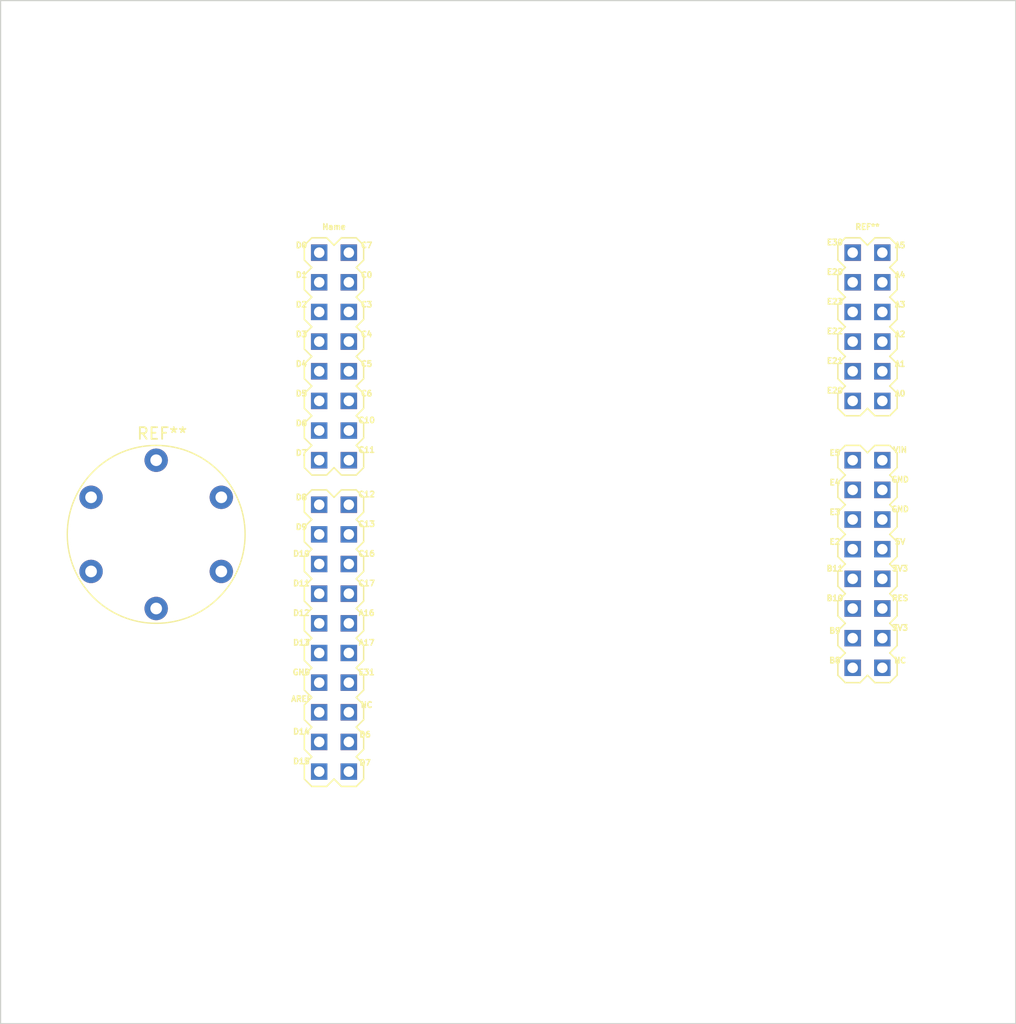
<source format=kicad_pcb>
(kicad_pcb (version 20221018) (generator pcbnew)
  (layers (0 "F.Cu" signal) (31 "B.Cu" signal) (34 "B.Paste" user) (35 "F.Paste" user) (36 "B.SilkS" user "B.Silkscreen") (37 "F.SilkS" user "F.Silkscreen") (38 "B.Mask" user) (39 "F.Mask" user) (44 "Edge.Cuts" user))
  (net 0 "")
  (footprint "TDP3KICAD:FRDM_KL25Z_NORMAL" (layer "F.Cu") (at 203.2 83.82)
    (fp_text reference "REF**" (at 22.86 -19.9898) (layer "F.SilkS") (effects (font (size 0.48 0.48))))
    (fp_text value "FRDM_KL25Z_NORMAL")
    (fp_text user "D2" (at -25.654 -13.335) (layer "F.SilkS") (effects (font (size 0.48 0.48))))
    (fp_text user "C12" (at -20.066 2.921) (layer "F.SilkS") (effects (font (size 0.48 0.48))))
    (fp_text user "E2" (at 20.066 6.985) (layer "F.SilkS") (effects (font (size 0.48 0.48))))
    (fp_text user "D7" (at -25.654 -0.635) (layer "F.SilkS") (effects (font (size 0.48 0.48))))
    (fp_text user "C0" (at -20.066 -15.875) (layer "F.SilkS") (effects (font (size 0.48 0.48))))
    (fp_text user "C16" (at -20.066 8.001) (layer "F.SilkS") (effects (font (size 0.48 0.48))))
    (fp_text user "D6" (at -25.654 -3.175) (layer "F.SilkS") (effects (font (size 0.48 0.48))))
    (fp_text user "GND" (at -25.654 18.161) (layer "F.SilkS") (effects (font (size 0.48 0.48))))
    (fp_text user "D10" (at -25.654 8.001) (layer "F.SilkS") (effects (font (size 0.48 0.48))))
    (fp_text user "E29" (at 20.066 -16.129) (layer "F.SilkS") (effects (font (size 0.48 0.48))))
    (fp_text user "D15" (at -25.654 25.781) (layer "F.SilkS") (effects (font (size 0.48 0.48))))
    (fp_text user "E3" (at 20.066 4.445) (layer "F.SilkS") (effects (font (size 0.48 0.48))))
    (fp_text user "D6" (at -20.193 23.495) (layer "F.SilkS") (effects (font (size 0.48 0.48))))
    (fp_text user "3V3" (at 25.654 9.271) (layer "F.SilkS") (effects (font (size 0.48 0.48))))
    (fp_text user "C13" (at -20.066 5.461) (layer "F.SilkS") (effects (font (size 0.48 0.48))))
    (fp_text user "A17" (at -20.066 15.621) (layer "F.SilkS") (effects (font (size 0.48 0.48))))
    (fp_text user "A2" (at 25.654 -10.795) (layer "F.SilkS") (effects (font (size 0.48 0.48))))
    (fp_text user "Name" (at -22.86 -19.9898) (layer "F.SilkS") (effects (font (size 0.48 0.48))))
    (fp_text user "C11" (at -20.066 -0.889) (layer "F.SilkS") (effects (font (size 0.48 0.48))))
    (fp_text user "C5" (at -20.066 -8.255) (layer "F.SilkS") (effects (font (size 0.48 0.48))))
    (fp_text user "GND" (at 25.654 1.651) (layer "F.SilkS") (effects (font (size 0.48 0.48))))
    (fp_text user "E31" (at -20.066 18.161) (layer "F.SilkS") (effects (font (size 0.48 0.48))))
    (fp_text user "D5" (at -25.654 -5.715) (layer "F.SilkS") (effects (font (size 0.48 0.48))))
    (fp_text user "D9" (at -25.654 5.715) (layer "F.SilkS") (effects (font (size 0.48 0.48))))
    (fp_text user "E20" (at 20.066 -5.969) (layer "F.SilkS") (effects (font (size 0.48 0.48))))
    (fp_text user "B8" (at 20.066 17.145) (layer "F.SilkS") (effects (font (size 0.48 0.48))))
    (fp_text user "B9" (at 20.066 14.605) (layer "F.SilkS") (effects (font (size 0.48 0.48))))
    (fp_text user "A16" (at -20.066 13.081) (layer "F.SilkS") (effects (font (size 0.48 0.48))))
    (fp_text user "D14" (at -25.654 23.241) (layer "F.SilkS") (effects (font (size 0.48 0.48))))
    (fp_text user "C6" (at -20.066 -5.715) (layer "F.SilkS") (effects (font (size 0.48 0.48))))
    (fp_text user "B10" (at 20.066 11.811) (layer "F.SilkS") (effects (font (size 0.48 0.48))))
    (fp_text user "D13" (at -25.654 15.621) (layer "F.SilkS") (effects (font (size 0.48 0.48))))
    (fp_text user "E21" (at 20.066 -8.509) (layer "F.SilkS") (effects (font (size 0.48 0.48))))
    (fp_text user "AREF" (at -25.654 20.447) (layer "F.SilkS") (effects (font (size 0.48 0.48))))
    (fp_text user "D12" (at -25.654 13.081) (layer "F.SilkS") (effects (font (size 0.48 0.48))))
    (fp_text user "RES" (at 25.654 11.811) (layer "F.SilkS") (effects (font (size 0.48 0.48))))
    (fp_text user "A5" (at 25.654 -18.415) (layer "F.SilkS") (effects (font (size 0.48 0.48))))
    (fp_text user "5V" (at 25.654 6.985) (layer "F.SilkS") (effects (font (size 0.48 0.48))))
    (fp_text user "C17" (at -20.066 10.541) (layer "F.SilkS") (effects (font (size 0.48 0.48))))
    (fp_text user "E22" (at 20.066 -11.049) (layer "F.SilkS") (effects (font (size 0.48 0.48))))
    (fp_text user "A3" (at 25.654 -13.335) (layer "F.SilkS") (effects (font (size 0.48 0.48))))
    (fp_text user "E4" (at 20.066 1.905) (layer "F.SilkS") (effects (font (size 0.48 0.48))))
    (fp_text user "NC" (at 25.654 17.145) (layer "F.SilkS") (effects (font (size 0.48 0.48))))
    (fp_text user "A4" (at 25.654 -15.875) (layer "F.SilkS") (effects (font (size 0.48 0.48))))
    (fp_text user "C10" (at -20.066 -3.429) (layer "F.SilkS") (effects (font (size 0.48 0.48))))
    (fp_text user "D11" (at -25.654 10.541) (layer "F.SilkS") (effects (font (size 0.48 0.48))))
    (fp_text user "3V3" (at 25.654 14.351) (layer "F.SilkS") (effects (font (size 0.48 0.48))))
    (fp_text user "VIN" (at 25.654 -0.889) (layer "F.SilkS") (effects (font (size 0.48 0.48))))
    (fp_text user "D1" (at -25.654 -15.875) (layer "F.SilkS") (effects (font (size 0.48 0.48))))
    (fp_text user "E5" (at 20.066 -0.635) (layer "F.SilkS") (effects (font (size 0.48 0.48))))
    (fp_text user "D0" (at -25.654 -18.415) (layer "F.SilkS") (effects (font (size 0.48 0.48))))
    (fp_text user "GND" (at 25.654 4.191) (layer "F.SilkS") (effects (font (size 0.48 0.48))))
    (fp_text user "A0" (at 25.654 -5.715) (layer "F.SilkS") (effects (font (size 0.48 0.48))))
    (fp_text user "C7" (at -20.066 -18.415) (layer "F.SilkS") (effects (font (size 0.48 0.48))))
    (fp_text user "E23" (at 20.066 -13.589) (layer "F.SilkS") (effects (font (size 0.48 0.48))))
    (fp_text user "D4" (at -25.654 -8.255) (layer "F.SilkS") (effects (font (size 0.48 0.48))))
    (fp_text user "D7" (at -20.193 25.908) (layer "F.SilkS") (effects (font (size 0.48 0.48))))
    (fp_text user "A1" (at 25.654 -8.255) (layer "F.SilkS") (effects (font (size 0.48 0.48))))
    (fp_text user "C3" (at -20.066 -13.335) (layer "F.SilkS") (effects (font (size 0.48 0.48))))
    (fp_text user "E30" (at 20.066 -18.669) (layer "F.SilkS") (effects (font (size 0.48 0.48))))
    (fp_text user "D3" (at -25.654 -10.795) (layer "F.SilkS") (effects (font (size 0.48 0.48))))
    (fp_text user "D8" (at -25.654 3.175) (layer "F.SilkS") (effects (font (size 0.48 0.48))))
    (fp_text user "B11" (at 20.066 9.271) (layer "F.SilkS") (effects (font (size 0.48 0.48))))
    (fp_text user "C4" (at -20.066 -10.795) (layer "F.SilkS") (effects (font (size 0.48 0.48))))
    (fp_text user "NC" (at -20.066 20.955) (layer "F.SilkS") (effects (font (size 0.48 0.48))))
    (fp_line (start -25.4 -18.415) (end -25.4 -17.145) (stroke (width 0.127)) (layer "F.SilkS"))
    (fp_line (start -25.4 -17.145) (end -24.765 -16.51) (stroke (width 0.127)) (layer "F.SilkS"))
    (fp_line (start -25.4 -15.875) (end -25.4 -14.605) (stroke (width 0.127)) (layer "F.SilkS"))
    (fp_line (start -25.4 -14.605) (end -24.765 -13.97) (stroke (width 0.127)) (layer "F.SilkS"))
    (fp_line (start -25.4 -13.335) (end -25.4 -12.065) (stroke (width 0.127)) (layer "F.SilkS"))
    (fp_line (start -25.4 -12.065) (end -24.765 -11.43) (stroke (width 0.127)) (layer "F.SilkS"))
    (fp_line (start -25.4 -10.795) (end -25.4 -9.525) (stroke (width 0.127)) (layer "F.SilkS"))
    (fp_line (start -25.4 -9.525) (end -24.765 -8.89) (stroke (width 0.127)) (layer "F.SilkS"))
    (fp_line (start -25.4 -8.255) (end -25.4 -6.985) (stroke (width 0.127)) (layer "F.SilkS"))
    (fp_line (start -25.4 -6.985) (end -24.765 -6.35) (stroke (width 0.127)) (layer "F.SilkS"))
    (fp_line (start -25.4 -5.715) (end -25.4 -4.445) (stroke (width 0.127)) (layer "F.SilkS"))
    (fp_line (start -25.4 -4.445) (end -24.765 -3.81) (stroke (width 0.127)) (layer "F.SilkS"))
    (fp_line (start -25.4 -3.175) (end -25.4 -1.905) (stroke (width 0.127)) (layer "F.SilkS"))
    (fp_line (start -25.4 -1.905) (end -24.765 -1.27) (stroke (width 0.127)) (layer "F.SilkS"))
    (fp_line (start -25.4 -0.635) (end -25.4 0.635) (stroke (width 0.127)) (layer "F.SilkS"))
    (fp_line (start -25.4 0.635) (end -24.765 1.27) (stroke (width 0.127)) (layer "F.SilkS"))
    (fp_line (start -25.4 3.175) (end -25.4 4.445) (stroke (width 0.127)) (layer "F.SilkS"))
    (fp_line (start -25.4 4.445) (end -24.765 5.08) (stroke (width 0.127)) (layer "F.SilkS"))
    (fp_line (start -25.4 5.715) (end -25.4 6.985) (stroke (width 0.127)) (layer "F.SilkS"))
    (fp_line (start -25.4 6.985) (end -24.765 7.62) (stroke (width 0.127)) (layer "F.SilkS"))
    (fp_line (start -25.4 8.255) (end -25.4 9.525) (stroke (width 0.127)) (layer "F.SilkS"))
    (fp_line (start -25.4 9.525) (end -24.765 10.16) (stroke (width 0.127)) (layer "F.SilkS"))
    (fp_line (start -25.4 10.795) (end -25.4 12.065) (stroke (width 0.127)) (layer "F.SilkS"))
    (fp_line (start -25.4 12.065) (end -24.765 12.7) (stroke (width 0.127)) (layer "F.SilkS"))
    (fp_line (start -25.4 13.335) (end -25.4 14.605) (stroke (width 0.127)) (layer "F.SilkS"))
    (fp_line (start -25.4 14.605) (end -24.765 15.24) (stroke (width 0.127)) (layer "F.SilkS"))
    (fp_line (start -25.4 15.875) (end -25.4 17.145) (stroke (width 0.127)) (layer "F.SilkS"))
    (fp_line (start -25.4 17.145) (end -24.765 17.78) (stroke (width 0.127)) (layer "F.SilkS"))
    (fp_line (start -25.4 18.415) (end -25.4 19.685) (stroke (width 0.127)) (layer "F.SilkS"))
    (fp_line (start -25.4 19.685) (end -24.765 20.32) (stroke (width 0.127)) (layer "F.SilkS"))
    (fp_line (start -25.4 20.955) (end -25.4 22.225) (stroke (width 0.127)) (layer "F.SilkS"))
    (fp_line (start -25.4 22.225) (end -24.765 22.86) (stroke (width 0.127)) (layer "F.SilkS"))
    (fp_line (start -25.4 23.495) (end -25.4 24.765) (stroke (width 0.127)) (layer "F.SilkS"))
    (fp_line (start -25.4 24.765) (end -24.765 25.4) (stroke (width 0.127)) (layer "F.SilkS"))
    (fp_line (start -25.4 27.305) (end -25.4 26.035) (stroke (width 0.127)) (layer "F.SilkS"))
    (fp_line (start -25.4 27.305) (end -24.765 27.94) (stroke (width 0.127)) (layer "F.SilkS"))
    (fp_line (start -24.765 -19.05) (end -25.4 -18.415) (stroke (width 0.127)) (layer "F.SilkS"))
    (fp_line (start -24.765 -16.51) (end -25.4 -15.875) (stroke (width 0.127)) (layer "F.SilkS"))
    (fp_line (start -24.765 -13.97) (end -25.4 -13.335) (stroke (width 0.127)) (layer "F.SilkS"))
    (fp_line (start -24.765 -11.43) (end -25.4 -10.795) (stroke (width 0.127)) (layer "F.SilkS"))
    (fp_line (start -24.765 -8.89) (end -25.4 -8.255) (stroke (width 0.127)) (layer "F.SilkS"))
    (fp_line (start -24.765 -6.35) (end -25.4 -5.715) (stroke (width 0.127)) (layer "F.SilkS"))
    (fp_line (start -24.765 -3.81) (end -25.4 -3.175) (stroke (width 0.127)) (layer "F.SilkS"))
    (fp_line (start -24.765 -1.27) (end -25.4 -0.635) (stroke (width 0.127)) (layer "F.SilkS"))
    (fp_line (start -24.765 1.27) (end -23.495 1.27) (stroke (width 0.127)) (layer "F.SilkS"))
    (fp_line (start -24.765 2.54) (end -25.4 3.175) (stroke (width 0.127)) (layer "F.SilkS"))
    (fp_line (start -24.765 2.54) (end -23.495 2.54) (stroke (width 0.127)) (layer "F.SilkS"))
    (fp_line (start -24.765 5.08) (end -25.4 5.715) (stroke (width 0.127)) (layer "F.SilkS"))
    (fp_line (start -24.765 7.62) (end -25.4 8.255) (stroke (width 0.127)) (layer "F.SilkS"))
    (fp_line (start -24.765 10.16) (end -25.4 10.795) (stroke (width 0.127)) (layer "F.SilkS"))
    (fp_line (start -24.765 12.7) (end -25.4 13.335) (stroke (width 0.127)) (layer "F.SilkS"))
    (fp_line (start -24.765 15.24) (end -25.4 15.875) (stroke (width 0.127)) (layer "F.SilkS"))
    (fp_line (start -24.765 17.78) (end -25.4 18.415) (stroke (width 0.127)) (layer "F.SilkS"))
    (fp_line (start -24.765 20.32) (end -25.4 20.955) (stroke (width 0.127)) (layer "F.SilkS"))
    (fp_line (start -24.765 22.86) (end -25.4 23.495) (stroke (width 0.127)) (layer "F.SilkS"))
    (fp_line (start -24.765 25.4) (end -25.4 26.035) (stroke (width 0.127)) (layer "F.SilkS"))
    (fp_line (start -24.765 27.94) (end -23.495 27.94) (stroke (width 0.127)) (layer "F.SilkS"))
    (fp_line (start -23.495 -19.05) (end -24.765 -19.05) (stroke (width 0.127)) (layer "F.SilkS"))
    (fp_line (start -23.495 1.27) (end -22.86 0.635) (stroke (width 0.127)) (layer "F.SilkS"))
    (fp_line (start -23.495 27.94) (end -22.86 27.305) (stroke (width 0.127)) (layer "F.SilkS"))
    (fp_line (start -22.86 -18.415) (end -23.495 -19.05) (stroke (width 0.127)) (layer "F.SilkS"))
    (fp_line (start -22.86 0.635) (end -22.225 1.27) (stroke (width 0.127)) (layer "F.SilkS"))
    (fp_line (start -22.86 3.175) (end -23.495 2.54) (stroke (width 0.127)) (layer "F.SilkS"))
    (fp_line (start -22.86 27.305) (end -22.225 27.94) (stroke (width 0.127)) (layer "F.SilkS"))
    (fp_line (start -22.225 -19.05) (end -22.86 -18.415) (stroke (width 0.127)) (layer "F.SilkS"))
    (fp_line (start -22.225 1.27) (end -20.955 1.27) (stroke (width 0.127)) (layer "F.SilkS"))
    (fp_line (start -22.225 2.54) (end -22.86 3.175) (stroke (width 0.127)) (layer "F.SilkS"))
    (fp_line (start -22.225 2.54) (end -20.955 2.54) (stroke (width 0.127)) (layer "F.SilkS"))
    (fp_line (start -22.225 27.94) (end -20.955 27.94) (stroke (width 0.127)) (layer "F.SilkS"))
    (fp_line (start -20.955 -19.05) (end -22.225 -19.05) (stroke (width 0.127)) (layer "F.SilkS"))
    (fp_line (start -20.955 -16.51) (end -20.32 -17.145) (stroke (width 0.127)) (layer "F.SilkS"))
    (fp_line (start -20.955 -13.97) (end -20.32 -14.605) (stroke (width 0.127)) (layer "F.SilkS"))
    (fp_line (start -20.955 -11.43) (end -20.32 -12.065) (stroke (width 0.127)) (layer "F.SilkS"))
    (fp_line (start -20.955 -8.89) (end -20.32 -9.525) (stroke (width 0.127)) (layer "F.SilkS"))
    (fp_line (start -20.955 -6.35) (end -20.32 -6.985) (stroke (width 0.127)) (layer "F.SilkS"))
    (fp_line (start -20.955 -3.81) (end -20.32 -4.445) (stroke (width 0.127)) (layer "F.SilkS"))
    (fp_line (start -20.955 -1.27) (end -20.32 -1.905) (stroke (width 0.127)) (layer "F.SilkS"))
    (fp_line (start -20.955 1.27) (end -20.32 0.635) (stroke (width 0.127)) (layer "F.SilkS"))
    (fp_line (start -20.955 5.08) (end -20.32 4.445) (stroke (width 0.127)) (layer "F.SilkS"))
    (fp_line (start -20.955 7.62) (end -20.32 6.985) (stroke (width 0.127)) (layer "F.SilkS"))
    (fp_line (start -20.955 10.16) (end -20.32 9.525) (stroke (width 0.127)) (layer "F.SilkS"))
    (fp_line (start -20.955 12.7) (end -20.32 12.065) (stroke (width 0.127)) (layer "F.SilkS"))
    (fp_line (start -20.955 15.24) (end -20.32 14.605) (stroke (width 0.127)) (layer "F.SilkS"))
    (fp_line (start -20.955 17.78) (end -20.32 17.145) (stroke (width 0.127)) (layer "F.SilkS"))
    (fp_line (start -20.955 20.32) (end -20.32 19.685) (stroke (width 0.127)) (layer "F.SilkS"))
    (fp_line (start -20.955 22.86) (end -20.32 22.225) (stroke (width 0.127)) (layer "F.SilkS"))
    (fp_line (start -20.955 25.4) (end -20.32 24.765) (stroke (width 0.127)) (layer "F.SilkS"))
    (fp_line (start -20.955 27.94) (end -20.32 27.305) (stroke (width 0.127)) (layer "F.SilkS"))
    (fp_line (start -20.32 -18.415) (end -20.955 -19.05) (stroke (width 0.127)) (layer "F.SilkS"))
    (fp_line (start -20.32 -17.145) (end -20.32 -18.415) (stroke (width 0.127)) (layer "F.SilkS"))
    (fp_line (start -20.32 -15.875) (end -20.955 -16.51) (stroke (width 0.127)) (layer "F.SilkS"))
    (fp_line (start -20.32 -14.605) (end -20.32 -15.875) (stroke (width 0.127)) (layer "F.SilkS"))
    (fp_line (start -20.32 -13.335) (end -20.955 -13.97) (stroke (width 0.127)) (layer "F.SilkS"))
    (fp_line (start -20.32 -12.065) (end -20.32 -13.335) (stroke (width 0.127)) (layer "F.SilkS"))
    (fp_line (start -20.32 -10.795) (end -20.955 -11.43) (stroke (width 0.127)) (layer "F.SilkS"))
    (fp_line (start -20.32 -9.525) (end -20.32 -10.795) (stroke (width 0.127)) (layer "F.SilkS"))
    (fp_line (start -20.32 -8.255) (end -20.955 -8.89) (stroke (width 0.127)) (layer "F.SilkS"))
    (fp_line (start -20.32 -6.985) (end -20.32 -8.255) (stroke (width 0.127)) (layer "F.SilkS"))
    (fp_line (start -20.32 -5.715) (end -20.955 -6.35) (stroke (width 0.127)) (layer "F.SilkS"))
    (fp_line (start -20.32 -4.445) (end -20.32 -5.715) (stroke (width 0.127)) (layer "F.SilkS"))
    (fp_line (start -20.32 -3.175) (end -20.955 -3.81) (stroke (width 0.127)) (layer "F.SilkS"))
    (fp_line (start -20.32 -1.905) (end -20.32 -3.175) (stroke (width 0.127)) (layer "F.SilkS"))
    (fp_line (start -20.32 -0.635) (end -20.955 -1.27) (stroke (width 0.127)) (layer "F.SilkS"))
    (fp_line (start -20.32 0.635) (end -20.32 -0.635) (stroke (width 0.127)) (layer "F.SilkS"))
    (fp_line (start -20.32 3.175) (end -20.955 2.54) (stroke (width 0.127)) (layer "F.SilkS"))
    (fp_line (start -20.32 4.445) (end -20.32 3.175) (stroke (width 0.127)) (layer "F.SilkS"))
    (fp_line (start -20.32 5.715) (end -20.955 5.08) (stroke (width 0.127)) (layer "F.SilkS"))
    (fp_line (start -20.32 6.985) (end -20.32 5.715) (stroke (width 0.127)) (layer "F.SilkS"))
    (fp_line (start -20.32 8.255) (end -20.955 7.62) (stroke (width 0.127)) (layer "F.SilkS"))
    (fp_line (start -20.32 9.525) (end -20.32 8.255) (stroke (width 0.127)) (layer "F.SilkS"))
    (fp_line (start -20.32 10.795) (end -20.955 10.16) (stroke (width 0.127)) (layer "F.SilkS"))
    (fp_line (start -20.32 12.065) (end -20.32 10.795) (stroke (width 0.127)) (layer "F.SilkS"))
    (fp_line (start -20.32 13.335) (end -20.955 12.7) (stroke (width 0.127)) (layer "F.SilkS"))
    (fp_line (start -20.32 14.605) (end -20.32 13.335) (stroke (width 0.127)) (layer "F.SilkS"))
    (fp_line (start -20.32 15.875) (end -20.955 15.24) (stroke (width 0.127)) (layer "F.SilkS"))
    (fp_line (start -20.32 17.145) (end -20.32 15.875) (stroke (width 0.127)) (layer "F.SilkS"))
    (fp_line (start -20.32 18.415) (end -20.955 17.78) (stroke (width 0.127)) (layer "F.SilkS"))
    (fp_line (start -20.32 19.685) (end -20.32 18.415) (stroke (width 0.127)) (layer "F.SilkS"))
    (fp_line (start -20.32 20.955) (end -20.955 20.32) (stroke (width 0.127)) (layer "F.SilkS"))
    (fp_line (start -20.32 22.225) (end -20.32 20.955) (stroke (width 0.127)) (layer "F.SilkS"))
    (fp_line (start -20.32 23.495) (end -20.955 22.86) (stroke (width 0.127)) (layer "F.SilkS"))
    (fp_line (start -20.32 24.765) (end -20.32 23.495) (stroke (width 0.127)) (layer "F.SilkS"))
    (fp_line (start -20.32 26.035) (end -20.955 25.4) (stroke (width 0.127)) (layer "F.SilkS"))
    (fp_line (start -20.32 27.305) (end -20.32 26.035) (stroke (width 0.127)) (layer "F.SilkS"))
    (fp_line (start 20.32 -18.415) (end 20.32 -17.145) (stroke (width 0.127)) (layer "F.SilkS"))
    (fp_line (start 20.32 -17.145) (end 20.955 -16.51) (stroke (width 0.127)) (layer "F.SilkS"))
    (fp_line (start 20.32 -15.875) (end 20.32 -14.605) (stroke (width 0.127)) (layer "F.SilkS"))
    (fp_line (start 20.32 -14.605) (end 20.955 -13.97) (stroke (width 0.127)) (layer "F.SilkS"))
    (fp_line (start 20.32 -13.335) (end 20.32 -12.065) (stroke (width 0.127)) (layer "F.SilkS"))
    (fp_line (start 20.32 -12.065) (end 20.955 -11.43) (stroke (width 0.127)) (layer "F.SilkS"))
    (fp_line (start 20.32 -10.795) (end 20.32 -9.525) (stroke (width 0.127)) (layer "F.SilkS"))
    (fp_line (start 20.32 -9.525) (end 20.955 -8.89) (stroke (width 0.127)) (layer "F.SilkS"))
    (fp_line (start 20.32 -8.255) (end 20.32 -6.985) (stroke (width 0.127)) (layer "F.SilkS"))
    (fp_line (start 20.32 -6.985) (end 20.955 -6.35) (stroke (width 0.127)) (layer "F.SilkS"))
    (fp_line (start 20.32 -5.715) (end 20.32 -4.445) (stroke (width 0.127)) (layer "F.SilkS"))
    (fp_line (start 20.32 -4.445) (end 20.955 -3.81) (stroke (width 0.127)) (layer "F.SilkS"))
    (fp_line (start 20.32 -0.635) (end 20.32 0.635) (stroke (width 0.127)) (layer "F.SilkS"))
    (fp_line (start 20.32 0.635) (end 20.955 1.27) (stroke (width 0.127)) (layer "F.SilkS"))
    (fp_line (start 20.32 1.905) (end 20.32 3.175) (stroke (width 0.127)) (layer "F.SilkS"))
    (fp_line (start 20.32 3.175) (end 20.955 3.81) (stroke (width 0.127)) (layer "F.SilkS"))
    (fp_line (start 20.32 4.445) (end 20.32 5.715) (stroke (width 0.127)) (layer "F.SilkS"))
    (fp_line (start 20.32 5.715) (end 20.955 6.35) (stroke (width 0.127)) (layer "F.SilkS"))
    (fp_line (start 20.32 6.985) (end 20.32 8.255) (stroke (width 0.127)) (layer "F.SilkS"))
    (fp_line (start 20.32 8.255) (end 20.955 8.89) (stroke (width 0.127)) (layer "F.SilkS"))
    (fp_line (start 20.32 9.525) (end 20.32 10.795) (stroke (width 0.127)) (layer "F.SilkS"))
    (fp_line (start 20.32 10.795) (end 20.955 11.43) (stroke (width 0.127)) (layer "F.SilkS"))
    (fp_line (start 20.32 12.065) (end 20.32 13.335) (stroke (width 0.127)) (layer "F.SilkS"))
    (fp_line (start 20.32 13.335) (end 20.955 13.97) (stroke (width 0.127)) (layer "F.SilkS"))
    (fp_line (start 20.32 14.605) (end 20.32 15.875) (stroke (width 0.127)) (layer "F.SilkS"))
    (fp_line (start 20.32 15.875) (end 20.955 16.51) (stroke (width 0.127)) (layer "F.SilkS"))
    (fp_line (start 20.32 18.415) (end 20.32 17.145) (stroke (width 0.127)) (layer "F.SilkS"))
    (fp_line (start 20.32 18.415) (end 20.955 19.05) (stroke (width 0.127)) (layer "F.SilkS"))
    (fp_line (start 20.955 -19.05) (end 20.32 -18.415) (stroke (width 0.127)) (layer "F.SilkS"))
    (fp_line (start 20.955 -16.51) (end 20.32 -15.875) (stroke (width 0.127)) (layer "F.SilkS"))
    (fp_line (start 20.955 -13.97) (end 20.32 -13.335) (stroke (width 0.127)) (layer "F.SilkS"))
    (fp_line (start 20.955 -11.43) (end 20.32 -10.795) (stroke (width 0.127)) (layer "F.SilkS"))
    (fp_line (start 20.955 -8.89) (end 20.32 -8.255) (stroke (width 0.127)) (layer "F.SilkS"))
    (fp_line (start 20.955 -6.35) (end 20.32 -5.715) (stroke (width 0.127)) (layer "F.SilkS"))
    (fp_line (start 20.955 -3.81) (end 22.225 -3.81) (stroke (width 0.127)) (layer "F.SilkS"))
    (fp_line (start 20.955 -1.27) (end 20.32 -0.635) (stroke (width 0.127)) (layer "F.SilkS"))
    (fp_line (start 20.955 -1.27) (end 22.225 -1.27) (stroke (width 0.127)) (layer "F.SilkS"))
    (fp_line (start 20.955 1.27) (end 20.32 1.905) (stroke (width 0.127)) (layer "F.SilkS"))
    (fp_line (start 20.955 3.81) (end 20.32 4.445) (stroke (width 0.127)) (layer "F.SilkS"))
    (fp_line (start 20.955 6.35) (end 20.32 6.985) (stroke (width 0.127)) (layer "F.SilkS"))
    (fp_line (start 20.955 8.89) (end 20.32 9.525) (stroke (width 0.127)) (layer "F.SilkS"))
    (fp_line (start 20.955 11.43) (end 20.32 12.065) (stroke (width 0.127)) (layer "F.SilkS"))
    (fp_line (start 20.955 13.97) (end 20.32 14.605) (stroke (width 0.127)) (layer "F.SilkS"))
    (fp_line (start 20.955 16.51) (end 20.32 17.145) (stroke (width 0.127)) (layer "F.SilkS"))
    (fp_line (start 20.955 19.05) (end 22.225 19.05) (stroke (width 0.127)) (layer "F.SilkS"))
    (fp_line (start 22.225 -19.05) (end 20.955 -19.05) (stroke (width 0.127)) (layer "F.SilkS"))
    (fp_line (start 22.225 -3.81) (end 22.86 -4.445) (stroke (width 0.127)) (layer "F.SilkS"))
    (fp_line (start 22.225 19.05) (end 22.86 18.415) (stroke (width 0.127)) (layer "F.SilkS"))
    (fp_line (start 22.86 -18.415) (end 22.225 -19.05) (stroke (width 0.127)) (layer "F.SilkS"))
    (fp_line (start 22.86 -4.445) (end 23.495 -3.81) (stroke (width 0.127)) (layer "F.SilkS"))
    (fp_line (start 22.86 -0.635) (end 22.225 -1.27) (stroke (width 0.127)) (layer "F.SilkS"))
    (fp_line (start 22.86 18.415) (end 23.495 19.05) (stroke (width 0.127)) (layer "F.SilkS"))
    (fp_line (start 23.495 -19.05) (end 22.86 -18.415) (stroke (width 0.127)) (layer "F.SilkS"))
    (fp_line (start 23.495 -1.27) (end 22.86 -0.635) (stroke (width 0.127)) (layer "F.SilkS"))
    (fp_line (start 23.495 -1.27) (end 24.765 -1.27) (stroke (width 0.127)) (layer "F.SilkS"))
    (fp_line (start 23.495 19.05) (end 24.765 19.05) (stroke (width 0.127)) (layer "F.SilkS"))
    (fp_line (start 24.765 -19.05) (end 23.495 -19.05) (stroke (width 0.127)) (layer "F.SilkS"))
    (fp_line (start 24.765 -19.05) (end 25.4 -18.415) (stroke (width 0.127)) (layer "F.SilkS"))
    (fp_line (start 24.765 -16.51) (end 25.4 -15.875) (stroke (width 0.127)) (layer "F.SilkS"))
    (fp_line (start 24.765 -13.97) (end 25.4 -13.335) (stroke (width 0.127)) (layer "F.SilkS"))
    (fp_line (start 24.765 -11.43) (end 25.4 -10.795) (stroke (width 0.127)) (layer "F.SilkS"))
    (fp_line (start 24.765 -8.89) (end 25.4 -8.255) (stroke (width 0.127)) (layer "F.SilkS"))
    (fp_line (start 24.765 -6.35) (end 25.4 -5.715) (stroke (width 0.127)) (layer "F.SilkS"))
    (fp_line (start 24.765 -3.81) (end 23.495 -3.81) (stroke (width 0.127)) (layer "F.SilkS"))
    (fp_line (start 24.765 1.27) (end 25.4 0.635) (stroke (width 0.127)) (layer "F.SilkS"))
    (fp_line (start 24.765 3.81) (end 25.4 3.175) (stroke (width 0.127)) (layer "F.SilkS"))
    (fp_line (start 24.765 6.35) (end 25.4 5.715) (stroke (width 0.127)) (layer "F.SilkS"))
    (fp_line (start 24.765 8.89) (end 25.4 8.255) (stroke (width 0.127)) (layer "F.SilkS"))
    (fp_line (start 24.765 11.43) (end 25.4 10.795) (stroke (width 0.127)) (layer "F.SilkS"))
    (fp_line (start 24.765 13.97) (end 25.4 13.335) (stroke (width 0.127)) (layer "F.SilkS"))
    (fp_line (start 24.765 16.51) (end 25.4 15.875) (stroke (width 0.127)) (layer "F.SilkS"))
    (fp_line (start 24.765 19.05) (end 25.4 18.415) (stroke (width 0.127)) (layer "F.SilkS"))
    (fp_line (start 25.4 -18.415) (end 25.4 -17.145) (stroke (width 0.127)) (layer "F.SilkS"))
    (fp_line (start 25.4 -17.145) (end 24.765 -16.51) (stroke (width 0.127)) (layer "F.SilkS"))
    (fp_line (start 25.4 -15.875) (end 25.4 -14.605) (stroke (width 0.127)) (layer "F.SilkS"))
    (fp_line (start 25.4 -14.605) (end 24.765 -13.97) (stroke (width 0.127)) (layer "F.SilkS"))
    (fp_line (start 25.4 -13.335) (end 25.4 -12.065) (stroke (width 0.127)) (layer "F.SilkS"))
    (fp_line (start 25.4 -12.065) (end 24.765 -11.43) (stroke (width 0.127)) (layer "F.SilkS"))
    (fp_line (start 25.4 -10.795) (end 25.4 -9.525) (stroke (width 0.127)) (layer "F.SilkS"))
    (fp_line (start 25.4 -9.525) (end 24.765 -8.89) (stroke (width 0.127)) (layer "F.SilkS"))
    (fp_line (start 25.4 -8.255) (end 25.4 -6.985) (stroke (width 0.127)) (layer "F.SilkS"))
    (fp_line (start 25.4 -6.985) (end 24.765 -6.35) (stroke (width 0.127)) (layer "F.SilkS"))
    (fp_line (start 25.4 -5.715) (end 25.4 -4.445) (stroke (width 0.127)) (layer "F.SilkS"))
    (fp_line (start 25.4 -4.445) (end 24.765 -3.81) (stroke (width 0.127)) (layer "F.SilkS"))
    (fp_line (start 25.4 -0.635) (end 24.765 -1.27) (stroke (width 0.127)) (layer "F.SilkS"))
    (fp_line (start 25.4 0.635) (end 25.4 -0.635) (stroke (width 0.127)) (layer "F.SilkS"))
    (fp_line (start 25.4 1.905) (end 24.765 1.27) (stroke (width 0.127)) (layer "F.SilkS"))
    (fp_line (start 25.4 3.175) (end 25.4 1.905) (stroke (width 0.127)) (layer "F.SilkS"))
    (fp_line (start 25.4 4.445) (end 24.765 3.81) (stroke (width 0.127)) (layer "F.SilkS"))
    (fp_line (start 25.4 5.715) (end 25.4 4.445) (stroke (width 0.127)) (layer "F.SilkS"))
    (fp_line (start 25.4 6.985) (end 24.765 6.35) (stroke (width 0.127)) (layer "F.SilkS"))
    (fp_line (start 25.4 8.255) (end 25.4 6.985) (stroke (width 0.127)) (layer "F.SilkS"))
    (fp_line (start 25.4 9.525) (end 24.765 8.89) (stroke (width 0.127)) (layer "F.SilkS"))
    (fp_line (start 25.4 10.795) (end 25.4 9.525) (stroke (width 0.127)) (layer "F.SilkS"))
    (fp_line (start 25.4 12.065) (end 24.765 11.43) (stroke (width 0.127)) (layer "F.SilkS"))
    (fp_line (start 25.4 12.065) (end 25.4 13.335) (stroke (width 0.127)) (layer "F.SilkS"))
    (fp_line (start 25.4 14.605) (end 24.765 13.97) (stroke (width 0.127)) (layer "F.SilkS"))
    (fp_line (start 25.4 15.875) (end 25.4 14.605) (stroke (width 0.127)) (layer "F.SilkS"))
    (fp_line (start 25.4 17.145) (end 24.765 16.51) (stroke (width 0.127)) (layer "F.SilkS"))
    (fp_line (start 25.4 18.415) (end 25.4 17.145) (stroke (width 0.127)) (layer "F.SilkS"))
    (pad "3V3" thru_hole rect (at 24.13 15.24) (size 1.408 1.408) (drill 0.9) (layers "*.Cu" "*.Mask"))
    (pad "5V" thru_hole rect (at 24.13 7.62) (size 1.408 1.408) (drill 0.9) (layers "*.Cu" "*.Mask"))
    (pad "A0" thru_hole rect (at 24.13 -5.08) (size 1.408 1.408) (drill 0.9) (layers "*.Cu" "*.Mask"))
    (pad "A1" thru_hole rect (at 24.13 -7.62) (size 1.408 1.408) (drill 0.9) (layers "*.Cu" "*.Mask"))
    (pad "A2" thru_hole rect (at 24.13 -10.16) (size 1.408 1.408) (drill 0.9) (layers "*.Cu" "*.Mask"))
    (pad "A3" thru_hole rect (at 24.13 -12.7) (size 1.408 1.408) (drill 0.9) (layers "*.Cu" "*.Mask"))
    (pad "A4" thru_hole rect (at 24.13 -15.24) (size 1.408 1.408) (drill 0.9) (layers "*.Cu" "*.Mask"))
    (pad "A5" thru_hole rect (at 24.13 -17.78) (size 1.408 1.408) (drill 0.9) (layers "*.Cu" "*.Mask"))
    (pad "AREF" thru_hole rect (at -24.13 21.59) (size 1.408 1.408) (drill 0.9) (layers "*.Cu" "*.Mask"))
    (pad "D0" thru_hole rect (at -24.13 -17.78) (size 1.408 1.408) (drill 0.9) (layers "*.Cu" "*.Mask"))
    (pad "D1" thru_hole rect (at -24.13 -15.24) (size 1.408 1.408) (drill 0.9) (layers "*.Cu" "*.Mask"))
    (pad "D2" thru_hole rect (at -24.13 -12.7) (size 1.408 1.408) (drill 0.9) (layers "*.Cu" "*.Mask"))
    (pad "D3" thru_hole rect (at -24.13 -10.16) (size 1.408 1.408) (drill 0.9) (layers "*.Cu" "*.Mask"))
    (pad "D4" thru_hole rect (at -24.13 -7.62) (size 1.408 1.408) (drill 0.9) (layers "*.Cu" "*.Mask"))
    (pad "D5" thru_hole rect (at -24.13 -5.08) (size 1.408 1.408) (drill 0.9) (layers "*.Cu" "*.Mask"))
    (pad "D6" thru_hole rect (at -24.13 -2.54) (size 1.408 1.408) (drill 0.9) (layers "*.Cu" "*.Mask"))
    (pad "D7" thru_hole rect (at -24.13 0) (size 1.408 1.408) (drill 0.9) (layers "*.Cu" "*.Mask"))
    (pad "D8" thru_hole rect (at -24.13 3.81) (size 1.408 1.408) (drill 0.9) (layers "*.Cu" "*.Mask"))
    (pad "D9" thru_hole rect (at -24.13 6.35) (size 1.408 1.408) (drill 0.9) (layers "*.Cu" "*.Mask"))
    (pad "D10" thru_hole rect (at -24.13 8.89) (size 1.408 1.408) (drill 0.9) (layers "*.Cu" "*.Mask"))
    (pad "D11" thru_hole rect (at -24.13 11.43) (size 1.408 1.408) (drill 0.9) (layers "*.Cu" "*.Mask"))
    (pad "D12" thru_hole rect (at -24.13 13.97) (size 1.408 1.408) (drill 0.9) (layers "*.Cu" "*.Mask"))
    (pad "D13" thru_hole rect (at -24.13 16.51) (size 1.408 1.408) (drill 0.9) (layers "*.Cu" "*.Mask"))
    (pad "D14" thru_hole rect (at -24.13 24.13) (size 1.408 1.408) (drill 0.9) (layers "*.Cu" "*.Mask"))
    (pad "D15" thru_hole rect (at -24.13 26.67) (size 1.408 1.408) (drill 0.9) (layers "*.Cu" "*.Mask"))
    (pad "GND0" thru_hole rect (at 24.13 2.54) (size 1.408 1.408) (drill 0.9) (layers "*.Cu" "*.Mask"))
    (pad "GND1" thru_hole rect (at 24.13 5.08) (size 1.408 1.408) (drill 0.9) (layers "*.Cu" "*.Mask"))
    (pad "GND2" thru_hole rect (at -24.13 19.05) (size 1.408 1.408) (drill 0.9) (layers "*.Cu" "*.Mask"))
    (pad "NC1" thru_hole rect (at 24.13 17.78) (size 1.408 1.408) (drill 0.9) (layers "*.Cu" "*.Mask"))
    (pad "NC2" thru_hole rect (at -21.59 21.59) (size 1.408 1.408) (drill 0.9) (layers "*.Cu" "*.Mask"))
    (pad "P3V3" thru_hole rect (at 24.13 10.16) (size 1.408 1.408) (drill 0.9) (layers "*.Cu" "*.Mask"))
    (pad "PTA16" thru_hole rect (at -21.59 13.97) (size 1.408 1.408) (drill 0.9) (layers "*.Cu" "*.Mask"))
    (pad "PTA17" thru_hole rect (at -21.59 16.51) (size 1.408 1.408) (drill 0.9) (layers "*.Cu" "*.Mask"))
    (pad "PTB8" thru_hole rect (at 21.59 17.78) (size 1.408 1.408) (drill 0.9) (layers "*.Cu" "*.Mask"))
    (pad "PTB9" thru_hole rect (at 21.59 15.24) (size 1.408 1.408) (drill 0.9) (layers "*.Cu" "*.Mask"))
    (pad "PTB10" thru_hole rect (at 21.59 12.7) (size 1.408 1.408) (drill 0.9) (layers "*.Cu" "*.Mask"))
    (pad "PTB11" thru_hole rect (at 21.59 10.16) (size 1.408 1.408) (drill 0.9) (layers "*.Cu" "*.Mask"))
    (pad "PTC0" thru_hole rect (at -21.59 -15.24) (size 1.408 1.408) (drill 0.9) (layers "*.Cu" "*.Mask"))
    (pad "PTC3" thru_hole rect (at -21.59 -12.7) (size 1.408 1.408) (drill 0.9) (layers "*.Cu" "*.Mask"))
    (pad "PTC4" thru_hole rect (at -21.59 -10.16) (size 1.408 1.408) (drill 0.9) (layers "*.Cu" "*.Mask"))
    (pad "PTC5" thru_hole rect (at -21.59 -7.62) (size 1.408 1.408) (drill 0.9) (layers "*.Cu" "*.Mask"))
    (pad "PTC6" thru_hole rect (at -21.59 -5.08) (size 1.408 1.408) (drill 0.9) (layers "*.Cu" "*.Mask"))
    (pad "PTC7" thru_hole rect (at -21.59 -17.78) (size 1.408 1.408) (drill 0.9) (layers "*.Cu" "*.Mask"))
    (pad "PTC10" thru_hole rect (at -21.59 -2.54) (size 1.408 1.408) (drill 0.9) (layers "*.Cu" "*.Mask"))
    (pad "PTC11" thru_hole rect (at -21.59 0) (size 1.408 1.408) (drill 0.9) (layers "*.Cu" "*.Mask"))
    (pad "PTC12" thru_hole rect (at -21.59 3.81) (size 1.408 1.408) (drill 0.9) (layers "*.Cu" "*.Mask"))
    (pad "PTC13" thru_hole rect (at -21.59 6.35) (size 1.408 1.408) (drill 0.9) (layers "*.Cu" "*.Mask"))
    (pad "PTC16" thru_hole rect (at -21.59 8.89) (size 1.408 1.408) (drill 0.9) (layers "*.Cu" "*.Mask"))
    (pad "PTC17" thru_hole rect (at -21.59 11.43) (size 1.408 1.408) (drill 0.9) (layers "*.Cu" "*.Mask"))
    (pad "PTD6" thru_hole rect (at -21.59 24.13) (size 1.408 1.408) (drill 0.9) (layers "*.Cu" "*.Mask"))
    (pad "PTD7" thru_hole rect (at -21.59 26.67) (size 1.408 1.408) (drill 0.9) (layers "*.Cu" "*.Mask"))
    (pad "PTE2" thru_hole rect (at 21.59 7.62) (size 1.408 1.408) (drill 0.9) (layers "*.Cu" "*.Mask"))
    (pad "PTE3" thru_hole rect (at 21.59 5.08) (size 1.408 1.408) (drill 0.9) (layers "*.Cu" "*.Mask"))
    (pad "PTE4" thru_hole rect (at 21.59 2.54) (size 1.408 1.408) (drill 0.9) (layers "*.Cu" "*.Mask"))
    (pad "PTE5" thru_hole rect (at 21.59 0) (size 1.408 1.408) (drill 0.9) (layers "*.Cu" "*.Mask"))
    (pad "PTE20" thru_hole rect (at 21.59 -5.08) (size 1.408 1.408) (drill 0.9) (layers "*.Cu" "*.Mask"))
    (pad "PTE21" thru_hole rect (at 21.59 -7.62) (size 1.408 1.408) (drill 0.9) (layers "*.Cu" "*.Mask"))
    (pad "PTE22" thru_hole rect (at 21.59 -10.16) (size 1.408 1.408) (drill 0.9) (layers "*.Cu" "*.Mask"))
    (pad "PTE23" thru_hole rect (at 21.59 -12.7) (size 1.408 1.408) (drill 0.9) (layers "*.Cu" "*.Mask"))
    (pad "PTE29" thru_hole rect (at 21.59 -15.24) (size 1.408 1.408) (drill 0.9) (layers "*.Cu" "*.Mask"))
    (pad "PTE30" thru_hole rect (at 21.59 -17.78) (size 1.408 1.408) (drill 0.9) (layers "*.Cu" "*.Mask"))
    (pad "PTE31" thru_hole rect (at -21.59 19.05) (size 1.408 1.408) (drill 0.9) (layers "*.Cu" "*.Mask"))
    (pad "RESET" thru_hole rect (at 24.13 12.7) (size 1.408 1.408) (drill 0.9) (layers "*.Cu" "*.Mask"))
    (pad "VIN" thru_hole rect (at 24.13 0) (size 1.408 1.408) (drill 0.9) (layers "*.Cu" "*.Mask"))
  )
  (footprint "TDP3KICAD:Adafruit_Flora_Sensor" (layer "F.Cu") (at 165.1 90.17)
    (fp_text reference "REF**" (at 0.508 -8.636 unlocked) (layer "F.SilkS"))
    (fp_text value "Adafruit_Flora_Sensor")
    (fp_circle (center 0 0) (end 7.62 0) (stroke (width 0.12)) (fill none) (layer "F.SilkS"))
    (pad "1" thru_hole circle (at 0 -6.35) (size 2 2) (drill 1) (layers "*.Cu" "*.Mask"))
    (pad "2" thru_hole circle (at -5.58 -3.175) (size 2 2) (drill 1) (layers "*.Cu" "*.Mask"))
    (pad "3" thru_hole circle (at -5.58 3.175) (size 2 2) (drill 1) (layers "*.Cu" "*.Mask"))
    (pad "4" thru_hole circle (at 0 6.35) (size 2 2) (drill 1) (layers "*.Cu" "*.Mask"))
    (pad "5" thru_hole circle (at 5.58 3.175) (size 2 2) (drill 1) (layers "*.Cu" "*.Mask"))
    (pad "6" thru_hole circle (at 5.58 -3.175) (size 2 2) (drill 1) (layers "*.Cu" "*.Mask"))
  )
  (gr_rect (start 151.765 44.45) (end 238.76 132.08) (stroke (width 0.1)) (fill none) (layer "Edge.Cuts"))
)
</source>
